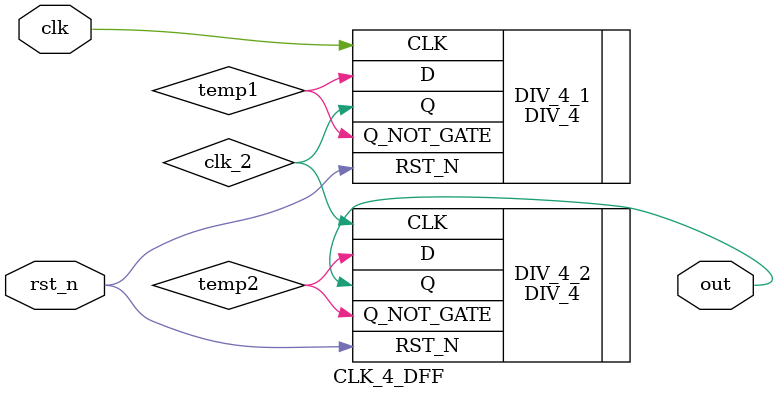
<source format=v>
module CLK_4_DFF (
	input clk,
	input rst_n,  
	output out
);
	
	wire temp1,temp2;
	wire clk_2;


	DIV_4 DIV_4_1 (
		.CLK(clk),
		.RST_N(rst_n),
		.D(temp1),
		.Q_NOT_GATE(temp1),
		.Q(clk_2)
	);
	
	DIV_4 DIV_4_2 (
		.CLK(clk_2),
		.RST_N(rst_n),
		.D(temp2),
		.Q_NOT_GATE(temp2),
		.Q(out)
	);
	


endmodule
</source>
